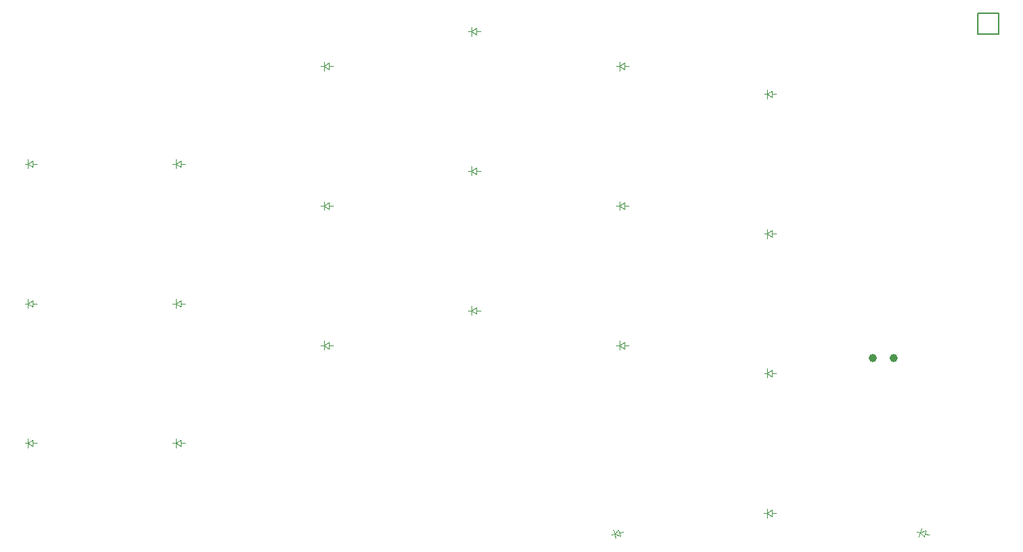
<source format=gbr>
%TF.GenerationSoftware,KiCad,Pcbnew,(6.0.4)*%
%TF.CreationDate,2022-07-03T12:25:36-07:00*%
%TF.ProjectId,danns87_corne_custom,64616e6e-7338-4375-9f63-6f726e655f63,v1.0.0*%
%TF.SameCoordinates,Original*%
%TF.FileFunction,Legend,Bot*%
%TF.FilePolarity,Positive*%
%FSLAX46Y46*%
G04 Gerber Fmt 4.6, Leading zero omitted, Abs format (unit mm)*
G04 Created by KiCad (PCBNEW (6.0.4)) date 2022-07-03 12:25:36*
%MOMM*%
%LPD*%
G01*
G04 APERTURE LIST*
%ADD10C,0.100000*%
%ADD11C,0.150000*%
%ADD12C,1.000000*%
G04 APERTURE END LIST*
D10*
%TO.C,D10*%
X71650000Y11150000D02*
X72250000Y11550000D01*
X72250000Y11150000D02*
X72750000Y11150000D01*
X71250000Y11150000D02*
X71650000Y11150000D01*
X72250000Y11550000D02*
X72250000Y10750000D01*
X71650000Y11150000D02*
X71650000Y10600000D01*
X71650000Y11150000D02*
X71650000Y11700000D01*
X72250000Y10750000D02*
X71650000Y11150000D01*
%TO.C,D9*%
X53650000Y40900000D02*
X53650000Y40350000D01*
X54250000Y41300000D02*
X54250000Y40500000D01*
X53650000Y40900000D02*
X54250000Y41300000D01*
X54250000Y40900000D02*
X54750000Y40900000D01*
X54250000Y40500000D02*
X53650000Y40900000D01*
X53250000Y40900000D02*
X53650000Y40900000D01*
X53650000Y40900000D02*
X53650000Y41450000D01*
%TO.C,D7*%
X53250000Y6900000D02*
X53650000Y6900000D01*
X53650000Y6900000D02*
X53650000Y6350000D01*
X54250000Y6500000D02*
X53650000Y6900000D01*
X54250000Y6900000D02*
X54750000Y6900000D01*
X54250000Y7300000D02*
X54250000Y6500000D01*
X53650000Y6900000D02*
X53650000Y7450000D01*
X53650000Y6900000D02*
X54250000Y7300000D01*
%TO.C,D2*%
X18250000Y12400000D02*
X18250000Y11600000D01*
X17250000Y12000000D02*
X17650000Y12000000D01*
X17650000Y12000000D02*
X17650000Y11450000D01*
X18250000Y12000000D02*
X18750000Y12000000D01*
X17650000Y12000000D02*
X17650000Y12550000D01*
X18250000Y11600000D02*
X17650000Y12000000D01*
X17650000Y12000000D02*
X18250000Y12400000D01*
%TO.C,D16*%
X107650000Y3500000D02*
X107650000Y2950000D01*
X108250000Y3100000D02*
X107650000Y3500000D01*
X107650000Y3500000D02*
X108250000Y3900000D01*
X107650000Y3500000D02*
X107650000Y4050000D01*
X108250000Y3500000D02*
X108750000Y3500000D01*
X107250000Y3500000D02*
X107650000Y3500000D01*
X108250000Y3900000D02*
X108250000Y3100000D01*
%TO.C,D1*%
X18250000Y-5400000D02*
X17650000Y-5000000D01*
X17650000Y-5000000D02*
X17650000Y-5550000D01*
X18250000Y-5000000D02*
X18750000Y-5000000D01*
X17250000Y-5000000D02*
X17650000Y-5000000D01*
X17650000Y-5000000D02*
X17650000Y-4450000D01*
X18250000Y-4600000D02*
X18250000Y-5400000D01*
X17650000Y-5000000D02*
X18250000Y-4600000D01*
%TO.C,D6*%
X36250000Y28600000D02*
X35650000Y29000000D01*
X35650000Y29000000D02*
X35650000Y28450000D01*
X35650000Y29000000D02*
X36250000Y29400000D01*
X36250000Y29400000D02*
X36250000Y28600000D01*
X35250000Y29000000D02*
X35650000Y29000000D01*
X36250000Y29000000D02*
X36750000Y29000000D01*
X35650000Y29000000D02*
X35650000Y29550000D01*
%TO.C,D13*%
X90250000Y6500000D02*
X89650000Y6900000D01*
X89250000Y6900000D02*
X89650000Y6900000D01*
X89650000Y6900000D02*
X89650000Y7450000D01*
X90250000Y7300000D02*
X90250000Y6500000D01*
X89650000Y6900000D02*
X90250000Y7300000D01*
X89650000Y6900000D02*
X89650000Y6350000D01*
X90250000Y6900000D02*
X90750000Y6900000D01*
%TO.C,D4*%
X35650000Y-5000000D02*
X35650000Y-5550000D01*
X35650000Y-5000000D02*
X36250000Y-4600000D01*
X36250000Y-5000000D02*
X36750000Y-5000000D01*
X35250000Y-5000000D02*
X35650000Y-5000000D01*
X36250000Y-5400000D02*
X35650000Y-5000000D01*
X36250000Y-4600000D02*
X36250000Y-5400000D01*
X35650000Y-5000000D02*
X35650000Y-4450000D01*
D11*
%TO.C,MCU1*%
X133240000Y47340000D02*
X135780000Y47340000D01*
X135780000Y44800000D02*
X135780000Y47340000D01*
X133240000Y44800000D02*
X135780000Y44800000D01*
X133240000Y47340000D02*
X133240000Y44800000D01*
D10*
%TO.C,D14*%
X89250000Y23900000D02*
X89650000Y23900000D01*
X89650000Y23900000D02*
X90250000Y24300000D01*
X90250000Y24300000D02*
X90250000Y23500000D01*
X90250000Y23500000D02*
X89650000Y23900000D01*
X89650000Y23900000D02*
X89650000Y23350000D01*
X90250000Y23900000D02*
X90750000Y23900000D01*
X89650000Y23900000D02*
X89650000Y24450000D01*
%TO.C,D18*%
X107650000Y37500000D02*
X107650000Y38050000D01*
X108250000Y37900000D02*
X108250000Y37100000D01*
X107650000Y37500000D02*
X108250000Y37900000D01*
X108250000Y37500000D02*
X108750000Y37500000D01*
X107650000Y37500000D02*
X107650000Y36950000D01*
X107250000Y37500000D02*
X107650000Y37500000D01*
X108250000Y37100000D02*
X107650000Y37500000D01*
%TO.C,D8*%
X53250000Y23900000D02*
X53650000Y23900000D01*
X54250000Y24300000D02*
X54250000Y23500000D01*
X53650000Y23900000D02*
X53650000Y24450000D01*
X54250000Y23900000D02*
X54750000Y23900000D01*
X54250000Y23500000D02*
X53650000Y23900000D01*
X53650000Y23900000D02*
X53650000Y23350000D01*
X53650000Y23900000D02*
X54250000Y24300000D01*
%TO.C,D11*%
X71650000Y28150000D02*
X71650000Y28700000D01*
X72250000Y28150000D02*
X72750000Y28150000D01*
X71650000Y28150000D02*
X72250000Y28550000D01*
X71250000Y28150000D02*
X71650000Y28150000D01*
X71650000Y28150000D02*
X71650000Y27600000D01*
X72250000Y27750000D02*
X71650000Y28150000D01*
X72250000Y28550000D02*
X72250000Y27750000D01*
%TO.C,D3*%
X17650000Y29000000D02*
X18250000Y29400000D01*
X17650000Y29000000D02*
X17650000Y28450000D01*
X18250000Y29400000D02*
X18250000Y28600000D01*
X18250000Y28600000D02*
X17650000Y29000000D01*
X18250000Y29000000D02*
X18750000Y29000000D01*
X17250000Y29000000D02*
X17650000Y29000000D01*
X17650000Y29000000D02*
X17650000Y29550000D01*
%TO.C,D5*%
X36250000Y12400000D02*
X36250000Y11600000D01*
X36250000Y11600000D02*
X35650000Y12000000D01*
X35650000Y12000000D02*
X35650000Y12550000D01*
X36250000Y12000000D02*
X36750000Y12000000D01*
X35650000Y12000000D02*
X36250000Y12400000D01*
X35650000Y12000000D02*
X35650000Y11450000D01*
X35250000Y12000000D02*
X35650000Y12000000D01*
%TO.C,D17*%
X107650000Y20500000D02*
X108250000Y20900000D01*
X107650000Y20500000D02*
X107650000Y19950000D01*
X108250000Y20100000D02*
X107650000Y20500000D01*
X107250000Y20500000D02*
X107650000Y20500000D01*
X108250000Y20500000D02*
X108750000Y20500000D01*
X108250000Y20900000D02*
X108250000Y20100000D01*
X107650000Y20500000D02*
X107650000Y21050000D01*
%TO.C,D20*%
X107636700Y-13541300D02*
X107636700Y-14091300D01*
X107636700Y-13541300D02*
X108236700Y-13141300D01*
X108236700Y-13141300D02*
X108236700Y-13941300D01*
X107236700Y-13541300D02*
X107636700Y-13541300D01*
X107636700Y-13541300D02*
X107636700Y-12991300D01*
X108236700Y-13941300D02*
X107636700Y-13541300D01*
X108236700Y-13541300D02*
X108736700Y-13541300D01*
%TO.C,D21*%
X126247826Y-15899313D02*
X126105475Y-16430573D01*
X126247826Y-15899313D02*
X126390176Y-15368054D01*
X126247826Y-15899313D02*
X126930909Y-15668234D01*
X126827381Y-16054605D02*
X127310344Y-16184014D01*
X126723854Y-16440975D02*
X126247826Y-15899313D01*
X125861456Y-15795786D02*
X126247826Y-15899313D01*
X126930909Y-15668234D02*
X126723854Y-16440975D01*
%TO.C,D12*%
X72250000Y45550000D02*
X72250000Y44750000D01*
X72250000Y44750000D02*
X71650000Y45150000D01*
X71650000Y45150000D02*
X71650000Y45700000D01*
X71650000Y45150000D02*
X71650000Y44600000D01*
X71650000Y45150000D02*
X72250000Y45550000D01*
X72250000Y45150000D02*
X72750000Y45150000D01*
X71250000Y45150000D02*
X71650000Y45150000D01*
%TO.C,D15*%
X89650000Y40900000D02*
X89650000Y41450000D01*
X89650000Y40900000D02*
X90250000Y41300000D01*
X90250000Y40900000D02*
X90750000Y40900000D01*
X90250000Y40500000D02*
X89650000Y40900000D01*
X89650000Y40900000D02*
X89650000Y40350000D01*
X90250000Y41300000D02*
X90250000Y40500000D01*
X89250000Y40900000D02*
X89650000Y40900000D01*
%TO.C,D19*%
X89628981Y-15925195D02*
X90111944Y-15795786D01*
X89049426Y-16080487D02*
X89191776Y-16611746D01*
X89525454Y-15538825D02*
X89732509Y-16311566D01*
X89732509Y-16311566D02*
X89049426Y-16080487D01*
X89049426Y-16080487D02*
X88907075Y-15549227D01*
X89049426Y-16080487D02*
X89525454Y-15538825D01*
X88663056Y-16184014D02*
X89049426Y-16080487D01*
%TD*%
D12*
%TO.C,PAD1*%
X120505000Y5400000D03*
X123045000Y5400000D03*
%TD*%
M02*

</source>
